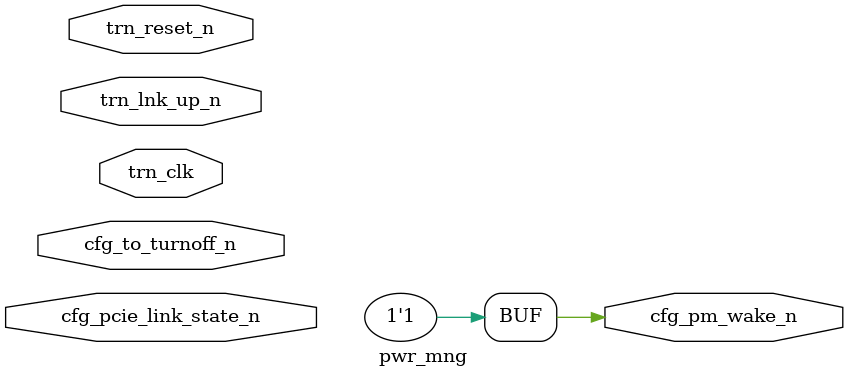
<source format=v>
`timescale 1ns / 100ps



module pwr_mng	
	# (
		parameter	tDLY		= 0							// Simulation delay
	)
	
	(
		// Common TRN Interface
		input					trn_clk,					// Transaction Clock, Rising Edge
		input					trn_lnk_up_n,				// Transaction Link Up, Active low
		input					trn_reset_n,				// Transaction Reset, Active low
		
		// Power Management
		output					cfg_pm_wake_n,				// Configuration Power Management Wake, Active low
		input		[2:0]		cfg_pcie_link_state_n,		// PCI Express Link State
		input					cfg_to_turnoff_n			// Configuration To Turnoff
);




//---------------------------------------------------------------------
// registers
//---------------------------------------------------------------------






assign 	cfg_pm_wake_n 	= 1'b1;







endmodule
</source>
